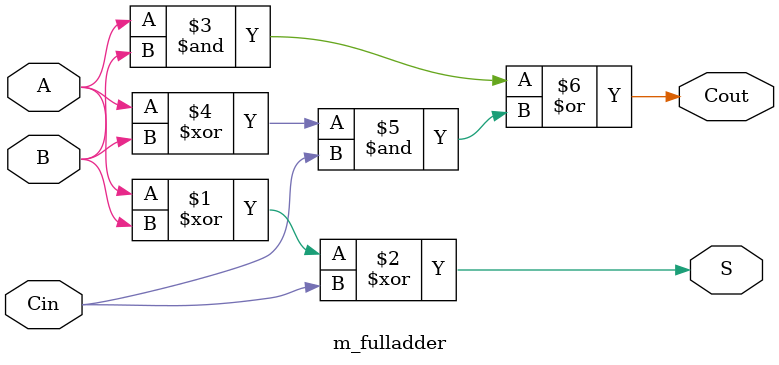
<source format=v>
module m_fulladder(A, B, Cin, S, Cout);

input A, B, Cin;
output S, Cout;

assign S = (A^B)^Cin;
assign Cout = (A&B)|( (A^B) & Cin);

endmodule
</source>
